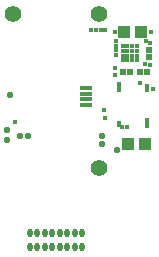
<source format=gbs>
G04*
G04 #@! TF.GenerationSoftware,Altium Limited,Altium Designer,18.0.12 (696)*
G04*
G04 Layer_Color=16711935*
%FSLAX44Y44*%
%MOMM*%
G71*
G01*
G75*
%ADD32P,0.5447X8X202.5*%
%ADD33O,0.5000X0.7000*%
%ADD34C,1.4032*%
%ADD35P,0.5447X8X112.5*%
%ADD36C,0.4000*%
%ADD61C,0.4032*%
%ADD62R,1.0032X0.4532*%
%ADD63R,0.4032X0.4032*%
%ADD64R,0.4032X0.3192*%
%ADD65R,0.4032X0.3532*%
%ADD66R,0.3192X0.3192*%
%ADD67R,1.0032X1.0532*%
%ADD68R,0.5532X0.5032*%
%ADD69R,0.5032X0.5532*%
%ADD70C,0.4532*%
D32*
X51500Y23050D02*
D03*
X-30075Y34325D02*
D03*
X-23275D02*
D03*
X-41225Y39850D02*
D03*
X-38782Y69500D02*
D03*
X39100Y27800D02*
D03*
Y34325D02*
D03*
D33*
X22398Y-59214D02*
D03*
X9703D02*
D03*
X-9347Y-47284D02*
D03*
X-15697D02*
D03*
X-22047D02*
D03*
X9703D02*
D03*
X3353D02*
D03*
X-2997D02*
D03*
X-9347Y-59214D02*
D03*
X-15697D02*
D03*
X-22047D02*
D03*
X-2997D02*
D03*
X3353D02*
D03*
X16048Y-47284D02*
D03*
Y-59214D02*
D03*
X22398Y-47284D02*
D03*
D34*
X-36500Y137500D02*
D03*
X36500D02*
D03*
Y7500D02*
D03*
D35*
X-41300Y31550D02*
D03*
D36*
X50000Y123000D02*
D03*
X41500Y50000D02*
D03*
X50500Y92500D02*
D03*
X82500Y74000D02*
D03*
X40909Y56600D02*
D03*
X50000Y86500D02*
D03*
X81000Y123000D02*
D03*
X-34375Y46300D02*
D03*
X76000Y115000D02*
D03*
X80000Y113500D02*
D03*
X75500Y95388D02*
D03*
X80000Y95000D02*
D03*
D61*
X56500Y106500D02*
D03*
Y98500D02*
D03*
Y102500D02*
D03*
Y110500D02*
D03*
X60500Y98500D02*
D03*
X64500D02*
D03*
X68500D02*
D03*
X60500Y102500D02*
D03*
X64500D02*
D03*
X68500D02*
D03*
X60500Y106500D02*
D03*
X64500D02*
D03*
X68500D02*
D03*
X60500Y110500D02*
D03*
X64500D02*
D03*
X68500D02*
D03*
D62*
X25400Y75500D02*
D03*
Y70500D02*
D03*
Y65500D02*
D03*
Y60500D02*
D03*
D63*
X53500Y78200D02*
D03*
Y73500D02*
D03*
X77160Y42600D02*
D03*
Y48506D02*
D03*
X56070Y41820D02*
D03*
X59953D02*
D03*
X77160Y73654D02*
D03*
Y76568D02*
D03*
X53500Y45378D02*
D03*
Y44214D02*
D03*
X70995Y79580D02*
D03*
X77160Y75536D02*
D03*
D64*
X53500Y75802D02*
D03*
D65*
X77160Y45500D02*
D03*
D66*
Y75536D02*
D03*
X53500Y44714D02*
D03*
D67*
X61175Y27675D02*
D03*
X75175D02*
D03*
X72000Y123000D02*
D03*
X58000D02*
D03*
D68*
X77500Y88500D02*
D03*
X71500D02*
D03*
X62500D02*
D03*
X56500D02*
D03*
D69*
X78500Y101500D02*
D03*
Y107500D02*
D03*
D70*
X42000Y124000D02*
D03*
X51000Y111000D02*
D03*
X30000Y124000D02*
D03*
X34000D02*
D03*
X38000D02*
D03*
X51000Y115000D02*
D03*
Y103000D02*
D03*
Y107000D02*
D03*
M02*

</source>
